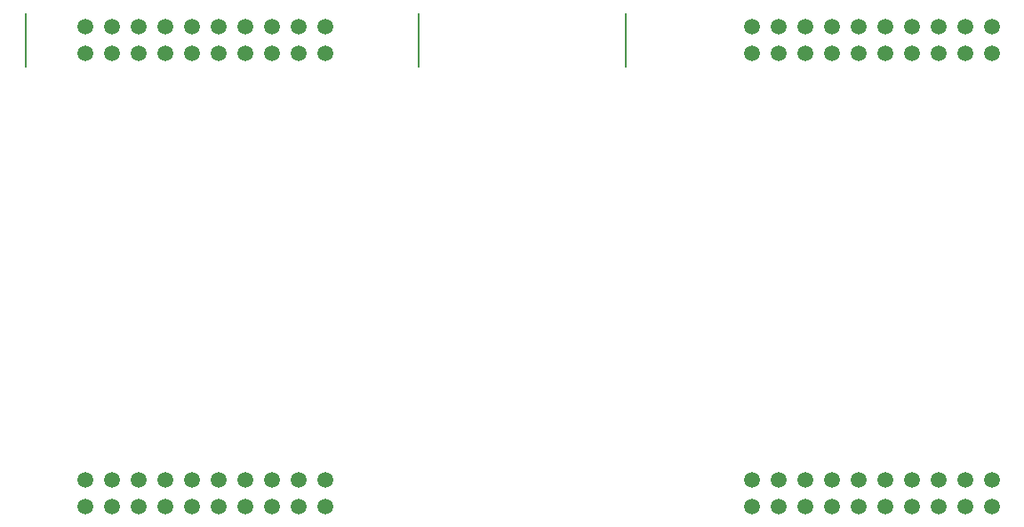
<source format=gbr>
G04 #@! TF.GenerationSoftware,KiCad,Pcbnew,(5.0.0)*
G04 #@! TF.CreationDate,2020-11-30T16:59:43-06:00*
G04 #@! TF.ProjectId,GiecoBoard_2021_Rev1,476965636F426F6172645F323032315F,rev?*
G04 #@! TF.SameCoordinates,Original*
G04 #@! TF.FileFunction,Paste,Bot*
G04 #@! TF.FilePolarity,Positive*
%FSLAX46Y46*%
G04 Gerber Fmt 4.6, Leading zero omitted, Abs format (unit mm)*
G04 Created by KiCad (PCBNEW (5.0.0)) date 11/30/20 16:59:43*
%MOMM*%
%LPD*%
G01*
G04 APERTURE LIST*
%ADD10C,0.200000*%
%ADD11C,1.520000*%
G04 APERTURE END LIST*
D10*
X130175000Y-93980000D02*
X130175000Y-88900000D01*
X187325000Y-93980000D02*
X187325000Y-88900000D01*
X167640000Y-93980000D02*
X167640000Y-88900000D01*
D11*
G04 #@! TO.C,U1*
X158750000Y-135890000D03*
X135890000Y-90170000D03*
X138430000Y-90170000D03*
X146050000Y-90170000D03*
X148590000Y-133350000D03*
X143510000Y-90170000D03*
X140970000Y-90170000D03*
X143510000Y-135890000D03*
X138430000Y-133350000D03*
X148590000Y-90170000D03*
X151130000Y-90170000D03*
X138430000Y-135890000D03*
X143510000Y-133350000D03*
X146050000Y-133350000D03*
X158750000Y-133350000D03*
X156210000Y-133350000D03*
X153670000Y-133350000D03*
X151130000Y-133350000D03*
X140970000Y-133350000D03*
X135890000Y-133350000D03*
X156210000Y-135890000D03*
X153670000Y-135890000D03*
X151130000Y-135890000D03*
X148590000Y-135890000D03*
X146050000Y-135890000D03*
X140970000Y-135890000D03*
X135890000Y-135890000D03*
X158750000Y-92710000D03*
X156210000Y-92710000D03*
X153670000Y-92710000D03*
X151130000Y-92710000D03*
X148590000Y-92710000D03*
X146050000Y-92710000D03*
X143510000Y-92710000D03*
X140970000Y-92710000D03*
X138430000Y-92710000D03*
X135890000Y-92710000D03*
X158750000Y-90170000D03*
X156210000Y-90170000D03*
X153670000Y-90170000D03*
X222250000Y-133350000D03*
X219710000Y-133350000D03*
X217170000Y-133350000D03*
X214630000Y-133350000D03*
X212090000Y-133350000D03*
X209550000Y-133350000D03*
X207010000Y-133350000D03*
X204470000Y-133350000D03*
X201930000Y-133350000D03*
X199390000Y-133350000D03*
X222250000Y-135890000D03*
X219710000Y-135890000D03*
X217170000Y-135890000D03*
X214630000Y-135890000D03*
X212090000Y-135890000D03*
X209550000Y-135890000D03*
X207010000Y-135890000D03*
X204470000Y-135890000D03*
X201930000Y-135890000D03*
X199390000Y-135890000D03*
X222250000Y-92710000D03*
X219710000Y-92710000D03*
X217170000Y-92710000D03*
X214630000Y-92710000D03*
X212090000Y-92710000D03*
X209550000Y-92710000D03*
X207010000Y-92710000D03*
X204470000Y-92710000D03*
X201930000Y-92710000D03*
X199390000Y-92710000D03*
X222250000Y-90170000D03*
X219710000Y-90170000D03*
X217170000Y-90170000D03*
X214630000Y-90170000D03*
X212090000Y-90170000D03*
X209550000Y-90170000D03*
X207010000Y-90170000D03*
X204470000Y-90170000D03*
X201930000Y-90170000D03*
X199390000Y-90170000D03*
G04 #@! TD*
M02*

</source>
